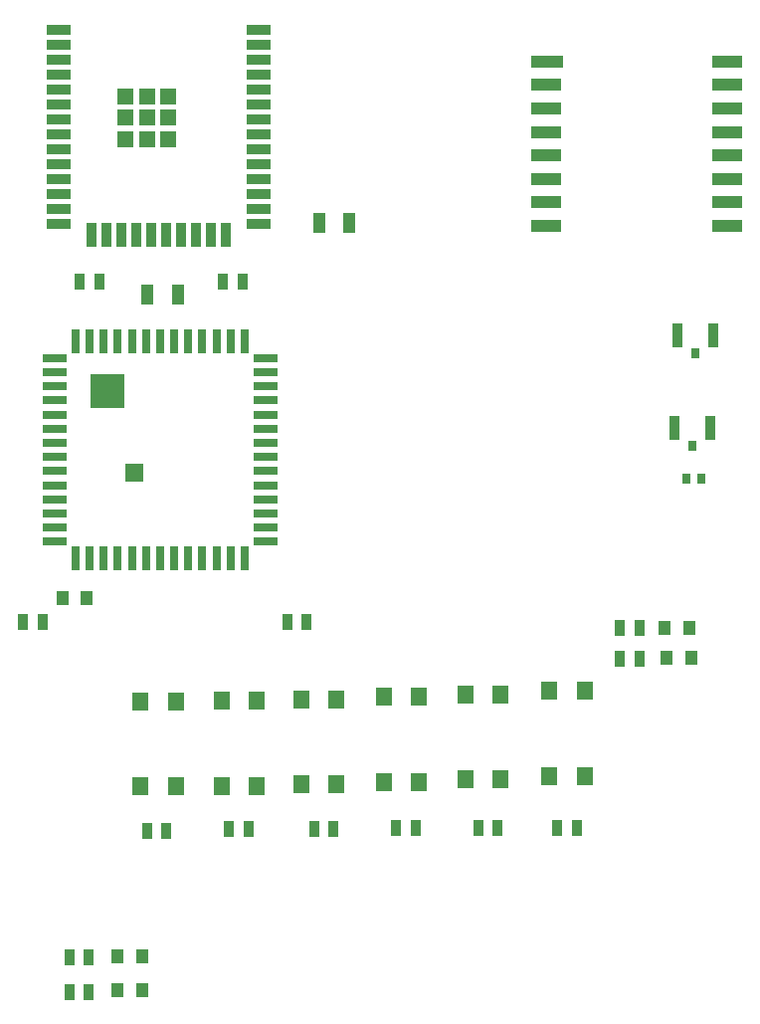
<source format=gtp>
G04*
G04 #@! TF.GenerationSoftware,Altium Limited,Altium Designer,24.5.2 (23)*
G04*
G04 Layer_Color=8421504*
%FSLAX44Y44*%
%MOMM*%
G71*
G04*
G04 #@! TF.SameCoordinates,D1886AC5-69C4-4AC9-A439-FDEF45822962*
G04*
G04*
G04 #@! TF.FilePolarity,Positive*
G04*
G01*
G75*
%ADD17R,0.8000X0.8500*%
%ADD18R,0.9000X2.0000*%
%ADD19R,0.8500X1.3500*%
%ADD20R,1.4000X1.6000*%
%ADD21R,2.0000X0.8000*%
%ADD22R,0.8000X2.0000*%
%ADD23R,1.5000X1.5000*%
%ADD24R,3.0000X3.0000*%
%ADD25R,2.6000X1.1000*%
%ADD26R,2.8000X1.1000*%
%ADD27R,1.1000X1.7000*%
%ADD28R,2.0000X0.9000*%
%ADD29R,1.3300X1.3300*%
%ADD30R,0.9000X2.0000*%
%ADD31R,1.0000X1.2500*%
%ADD32R,1.1000X1.3000*%
%ADD33R,0.6400X0.8400*%
D17*
X586740Y715000D02*
D03*
X584200Y636260D02*
D03*
D18*
X601740Y730250D02*
D03*
X571740D02*
D03*
X599200Y651510D02*
D03*
X569200D02*
D03*
D19*
X79370Y775970D02*
D03*
X62870D02*
D03*
X522450Y481330D02*
D03*
Y454660D02*
D03*
X469270Y311150D02*
D03*
X401960D02*
D03*
X332110D02*
D03*
X262260Y309880D02*
D03*
X189870D02*
D03*
X120020Y308610D02*
D03*
X53980Y171450D02*
D03*
X70480D02*
D03*
X53980Y200660D02*
D03*
X70480D02*
D03*
X184790Y775970D02*
D03*
X201290D02*
D03*
X14610Y486410D02*
D03*
X31110D02*
D03*
X538950Y481330D02*
D03*
Y454660D02*
D03*
X239400Y486410D02*
D03*
X255900D02*
D03*
X136520Y308610D02*
D03*
X418460Y311150D02*
D03*
X348610D02*
D03*
X206370Y309880D02*
D03*
X485770Y311150D02*
D03*
X278760Y309880D02*
D03*
D20*
X391160Y352180D02*
D03*
Y424180D02*
D03*
X421160D02*
D03*
Y352180D02*
D03*
X462520Y355160D02*
D03*
X321550Y350080D02*
D03*
X251460Y347980D02*
D03*
X183360Y346710D02*
D03*
X114540Y346270D02*
D03*
X251460Y419980D02*
D03*
X281460D02*
D03*
Y347980D02*
D03*
X462520Y427160D02*
D03*
X492520D02*
D03*
Y355160D02*
D03*
X321550Y422080D02*
D03*
X351550D02*
D03*
Y350080D02*
D03*
X183360Y418710D02*
D03*
X213360D02*
D03*
Y346710D02*
D03*
X114540Y418270D02*
D03*
X144540D02*
D03*
Y346270D02*
D03*
D21*
X41220Y710410D02*
D03*
Y698410D02*
D03*
Y686410D02*
D03*
Y674410D02*
D03*
Y662410D02*
D03*
Y650410D02*
D03*
Y638410D02*
D03*
Y626410D02*
D03*
Y614410D02*
D03*
Y590410D02*
D03*
Y578410D02*
D03*
Y566410D02*
D03*
Y554410D02*
D03*
X221220D02*
D03*
Y566410D02*
D03*
Y578410D02*
D03*
Y590410D02*
D03*
Y602410D02*
D03*
Y614410D02*
D03*
Y626410D02*
D03*
Y638410D02*
D03*
Y650410D02*
D03*
Y662410D02*
D03*
Y674410D02*
D03*
Y686410D02*
D03*
Y698410D02*
D03*
Y710410D02*
D03*
X41220Y602410D02*
D03*
D22*
X59220Y540410D02*
D03*
X71220D02*
D03*
X83220D02*
D03*
X95220D02*
D03*
X107220D02*
D03*
X119220D02*
D03*
X131220D02*
D03*
X143220D02*
D03*
X155220D02*
D03*
X167220D02*
D03*
X179220D02*
D03*
X191220D02*
D03*
X203220Y724410D02*
D03*
X191220D02*
D03*
X167220D02*
D03*
X155220D02*
D03*
X143220D02*
D03*
X131220D02*
D03*
X119220D02*
D03*
X107220D02*
D03*
X95220D02*
D03*
X83220D02*
D03*
X71220D02*
D03*
X59220D02*
D03*
X203220Y540410D02*
D03*
X179220Y724410D02*
D03*
D23*
X109220Y613410D02*
D03*
D24*
X86220Y682410D02*
D03*
D25*
X613740Y962960D02*
D03*
X459740Y942960D02*
D03*
X613740Y822960D02*
D03*
X459740Y922960D02*
D03*
Y902960D02*
D03*
Y882960D02*
D03*
Y862960D02*
D03*
Y842960D02*
D03*
Y822960D02*
D03*
X613740Y842960D02*
D03*
Y862960D02*
D03*
Y882960D02*
D03*
Y902960D02*
D03*
Y922960D02*
D03*
Y942960D02*
D03*
D26*
X460740Y962960D02*
D03*
D27*
X292400Y825500D02*
D03*
X146350Y764540D02*
D03*
X266400Y825500D02*
D03*
X120350Y764540D02*
D03*
D28*
X214950Y990100D02*
D03*
X44950D02*
D03*
Y977400D02*
D03*
X214950D02*
D03*
Y964700D02*
D03*
Y952000D02*
D03*
Y939300D02*
D03*
Y926600D02*
D03*
Y913900D02*
D03*
Y901200D02*
D03*
Y888500D02*
D03*
Y875800D02*
D03*
Y863100D02*
D03*
Y850400D02*
D03*
Y837700D02*
D03*
Y825000D02*
D03*
X44950D02*
D03*
Y837700D02*
D03*
Y850400D02*
D03*
Y863100D02*
D03*
Y875800D02*
D03*
Y888500D02*
D03*
Y901200D02*
D03*
Y913900D02*
D03*
Y926600D02*
D03*
Y939300D02*
D03*
Y952000D02*
D03*
Y964700D02*
D03*
D29*
X138300Y933450D02*
D03*
Y915100D02*
D03*
Y896750D02*
D03*
X119950Y933450D02*
D03*
Y896750D02*
D03*
Y915100D02*
D03*
X101600D02*
D03*
Y933450D02*
D03*
Y896750D02*
D03*
D30*
X72800Y815000D02*
D03*
X187100D02*
D03*
X174400D02*
D03*
X161700D02*
D03*
X149000D02*
D03*
X136300D02*
D03*
X123600D02*
D03*
X110900D02*
D03*
X98200D02*
D03*
X85500D02*
D03*
D31*
X68420Y506730D02*
D03*
X48420D02*
D03*
D32*
X115910Y172720D02*
D03*
Y201930D02*
D03*
X94910Y172720D02*
D03*
Y201930D02*
D03*
X560840Y481330D02*
D03*
X581840D02*
D03*
X562110Y455930D02*
D03*
X583110D02*
D03*
D33*
X592070Y608330D02*
D03*
X578870D02*
D03*
M02*

</source>
